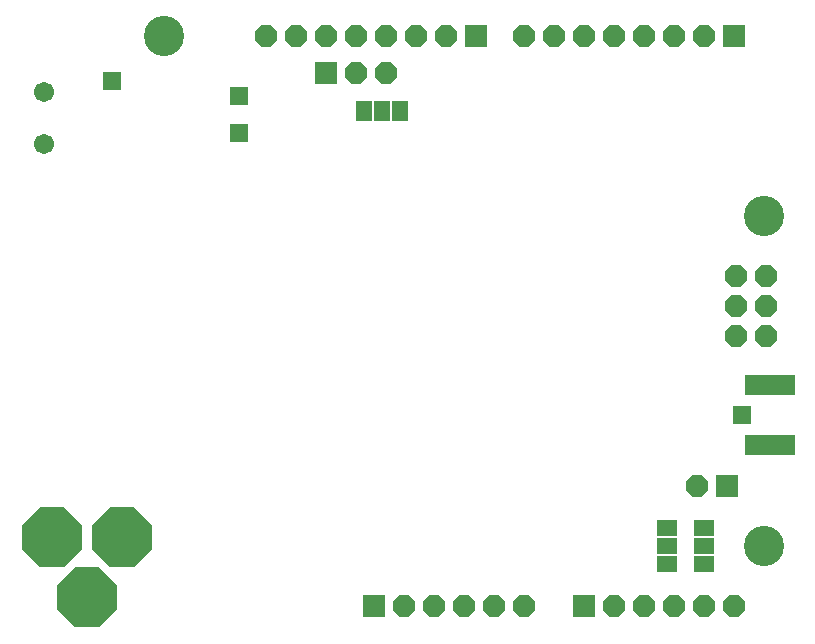
<source format=gbs>
G75*
G70*
%OFA0B0*%
%FSLAX24Y24*%
%IPPOS*%
%LPD*%
%AMOC8*
5,1,8,0,0,1.08239X$1,22.5*
%
%ADD10C,0.1340*%
%ADD11OC8,0.0720*%
%ADD12R,0.0720X0.0720*%
%ADD13OC8,0.1980*%
%ADD14R,0.1680X0.0680*%
%ADD15R,0.0710X0.0540*%
%ADD16R,0.0540X0.0710*%
%ADD17C,0.0674*%
%ADD18R,0.0592X0.0592*%
D10*
X006847Y021340D03*
X026847Y015340D03*
X026847Y004340D03*
D11*
X025847Y002340D03*
X024847Y002340D03*
X023847Y002340D03*
X022847Y002340D03*
X021847Y002340D03*
X018847Y002340D03*
X017847Y002340D03*
X016847Y002340D03*
X015847Y002340D03*
X014847Y002340D03*
X024597Y006340D03*
X025902Y011321D03*
X026902Y011321D03*
X026902Y012321D03*
X025902Y012321D03*
X025902Y013321D03*
X026902Y013321D03*
X024847Y021340D03*
X023847Y021340D03*
X022847Y021340D03*
X021847Y021340D03*
X020847Y021340D03*
X019847Y021340D03*
X018847Y021340D03*
X016247Y021340D03*
X015247Y021340D03*
X014247Y021340D03*
X013247Y021340D03*
X012247Y021340D03*
X011247Y021340D03*
X010247Y021340D03*
X013247Y020090D03*
X014247Y020090D03*
D12*
X012247Y020090D03*
X017247Y021340D03*
X025847Y021340D03*
X025597Y006340D03*
X020847Y002340D03*
X013847Y002340D03*
D13*
X004267Y002640D03*
X005447Y004610D03*
X003087Y004610D03*
D14*
X027047Y007690D03*
X027047Y009690D03*
D15*
X024847Y004940D03*
X024847Y004340D03*
X024847Y003740D03*
X023597Y003740D03*
X023597Y004340D03*
X023597Y004940D03*
D16*
X014697Y018840D03*
X014097Y018840D03*
X013497Y018840D03*
D17*
X002847Y019457D03*
X002847Y017724D03*
D18*
X005097Y019840D03*
X009347Y019340D03*
X009347Y018090D03*
X026097Y008690D03*
M02*

</source>
